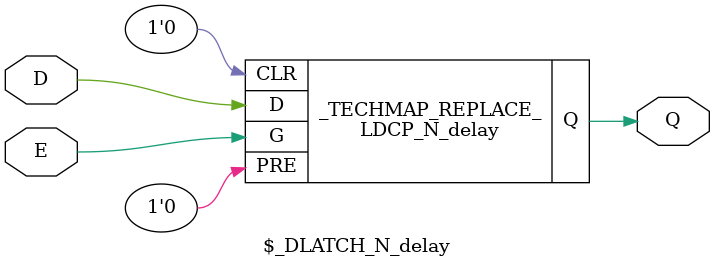
<source format=v>

module BUF_delay(A, Y);
input A;
output Y;
// parameter PwrC = 4;
// always @(posedge Y or negedge Y) begin
//   letest.m1.PwrCntr[PwrC] = letest.m1.PwrCntr[PwrC] + 1;
// end // end counter
assign #(8:8:9) Y = A;
endmodule

module NOT_delay(A, Y);
input A;
output Y;
parameter PwrC = 4;
// always @(posedge Y or negedge Y) begin
//   letest.m1.PwrCntr[PwrC] = letest.m1.PwrCntr[PwrC] + 1;
// end // end counter
assign #(8:8:9) Y = ~A;
endmodule

module NAND_delay(A, B, Y);
input A, B;
output Y;
parameter PwrC = 4;
// always @(posedge Y or negedge Y) begin
//   letest.m1.PwrCntr[PwrC] = letest.m1.PwrCntr[PwrC] + 1;
// end // end counter
assign #(8:8:9) Y = ~(A & B);
endmodule

module NOR_delay(A, B, Y);
input A, B;
output Y;
parameter PwrC = 4;
// always @(posedge Y or negedge Y) begin
//   letest.m1.PwrCntr[PwrC] = letest.m1.PwrCntr[PwrC] + 1;
// end // end counter
assign #(8:8:9) Y = ~(A | B);
endmodule

module DFF_delay(C, D, Q);
input C, D;
output reg Q;
// parameter PwrC = 4;
// always @(posedge Q or negedge Q) begin
//   letest.m1.PwrCntr[PwrC] = letest.m1.PwrCntr[PwrC] + 1;
// end // end counter
always @(posedge C)
	Q <= #15 D;
endmodule

module DFFSR_delay(C, D, Q, S, R);
input C, D, S, R;
output reg Q;
always @(posedge C, posedge S, posedge R)
	if (S)
		Q <= #15 1'b1;
	else if (R)
		Q <= #15 1'b0;
	else
		Q <= #15 D;

// parameter PwrC = 4;
// always @(posedge Q or negedge Q) begin
//   letest.m1.PwrCntr[PwrC] = letest.m1.PwrCntr[PwrC] + 1;
// end // end counter
endmodule

module \$dlatch_delay (EN, D, Q);

parameter WIDTH = 0;
parameter EN_POLARITY = 1'b1;

input EN;
input [WIDTH-1:0] D;
output reg [WIDTH-1:0] Q;

always @* begin
        if (EN == EN_POLARITY)
                Q = D;
end

endmodule

module LDCP_delay (G, PRE, CLR, D, Q);
    parameter INIT = 0;

    input G, PRE, CLR, D;
    output reg Q;

    initial begin
        Q <= INIT;
    end

    always @* begin
        if (CLR == 1)
            Q <= 0;
        else if (G == 1)
            Q <= D;
        else if (PRE == 1)
            Q <= 1;
    end
endmodule

module LDCP_N_delay (G, PRE, CLR, D, Q);
    parameter INIT = 0;

    input G, PRE, CLR, D;
    output reg Q;

    initial begin
        Q <= INIT;
    end

    always @* begin
        if (CLR == 1)
            Q <= 0;
        else if (G == 0)
            Q <= D;
        else if (PRE == 1)
            Q <= 1;
    end
endmodule

module \$_DLATCH_P_delay (input E, input D, output Q);
    LDCP_delay _TECHMAP_REPLACE_ (
        .D(D),
        .G(E),
        .Q(Q),
        .PRE(1'b0),
        .CLR(1'b0)
        );
endmodule

module \$_DLATCH_N_delay (input E, input D, output Q);
    LDCP_N_delay _TECHMAP_REPLACE_ (
        .D(D),
        .G(E),
        .Q(Q),
        .PRE(1'b0),
        .CLR(1'b0)
        );
endmodule

</source>
